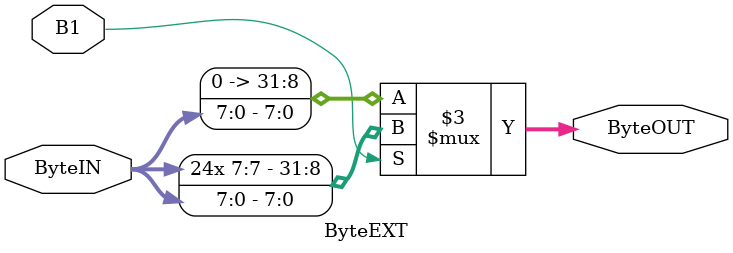
<source format=v>
`timescale 1ns / 1ps


module ByteEXT(
    input [7:0] ByteIN,    // 8-bit byte input
    input B1,              // Control signal for sign or zero extension
    output reg [31:0] ByteOUT // 32-bit output
);

always @(*) begin
    if (B1) begin
        // Sign extension
        ByteOUT = {{24{ByteIN[7]}}, ByteIN}; // Extend the sign bit (ByteIN[7])
    end else begin
        // Zero extension
        ByteOUT = {24'b0, ByteIN};           // Extend with zeros
    end
end

endmodule


</source>
